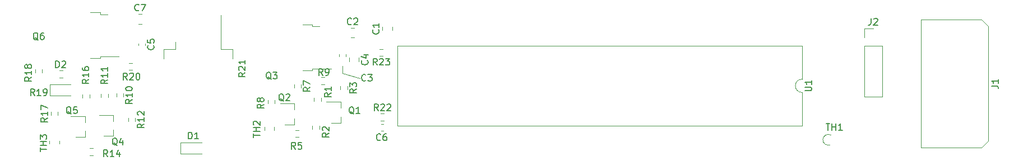
<source format=gbr>
%TF.GenerationSoftware,KiCad,Pcbnew,5.1.9-1.fc33*%
%TF.CreationDate,2021-04-16T18:18:08+01:00*%
%TF.ProjectId,cryosub_top_v01,6372796f-7375-4625-9f74-6f705f763031,rev?*%
%TF.SameCoordinates,Original*%
%TF.FileFunction,Legend,Top*%
%TF.FilePolarity,Positive*%
%FSLAX46Y46*%
G04 Gerber Fmt 4.6, Leading zero omitted, Abs format (unit mm)*
G04 Created by KiCad (PCBNEW 5.1.9-1.fc33) date 2021-04-16 18:18:08*
%MOMM*%
%LPD*%
G01*
G04 APERTURE LIST*
%ADD10C,0.120000*%
%ADD11C,0.150000*%
%ADD12O,1.400000X1.400000*%
%ADD13C,1.400000*%
%ADD14C,1.500000*%
%ADD15C,3.000000*%
%ADD16O,1.900000X2.600000*%
%ADD17R,1.900000X2.600000*%
%ADD18R,10.800000X9.400000*%
%ADD19R,1.100000X4.600000*%
%ADD20R,6.400000X5.800000*%
%ADD21R,2.200000X1.200000*%
%ADD22R,0.900000X0.800000*%
%ADD23O,1.700000X1.700000*%
%ADD24R,1.700000X1.700000*%
%ADD25R,1.000000X1.000000*%
G04 APERTURE END LIST*
D10*
X151300000Y-96250000D02*
X151300000Y-95200000D01*
X153950000Y-97000000D02*
X151300000Y-96250000D01*
%TO.C,TH1*%
X225020095Y-107099359D02*
G75*
G02*
X225117133Y-105650000I-320095J749359D01*
G01*
%TO.C,R22*%
X157107776Y-103422500D02*
X157617224Y-103422500D01*
X157107776Y-102377500D02*
X157617224Y-102377500D01*
%TO.C,C6*%
X157211233Y-105010000D02*
X157503767Y-105010000D01*
X157211233Y-103990000D02*
X157503767Y-103990000D01*
%TO.C,C5*%
X120490000Y-91753733D02*
X120490000Y-92046267D01*
X121510000Y-91753733D02*
X121510000Y-92046267D01*
%TO.C,C3*%
X150790000Y-93411233D02*
X150790000Y-93703767D01*
X151810000Y-93411233D02*
X151810000Y-93703767D01*
%TO.C,C7*%
X120476248Y-88785000D02*
X120998752Y-88785000D01*
X120476248Y-87315000D02*
X120998752Y-87315000D01*
%TO.C,J1*%
X238700000Y-107535000D02*
X238700000Y-88165000D01*
X247830000Y-107535000D02*
X238700000Y-107535000D01*
X248830000Y-106535000D02*
X247830000Y-107535000D01*
X248830000Y-89165000D02*
X248830000Y-106535000D01*
X247830000Y-88165000D02*
X248830000Y-89165000D01*
X238700000Y-88165000D02*
X247830000Y-88165000D01*
%TO.C,R23*%
X157442224Y-92627500D02*
X156932776Y-92627500D01*
X157442224Y-93672500D02*
X156932776Y-93672500D01*
%TO.C,U1*%
X220730000Y-104230000D02*
X220730000Y-99170000D01*
X159650000Y-104230000D02*
X220730000Y-104230000D01*
X159650000Y-92110000D02*
X159650000Y-104230000D01*
X220730000Y-92110000D02*
X159650000Y-92110000D01*
X220730000Y-97170000D02*
X220730000Y-92110000D01*
X220730000Y-99170000D02*
G75*
G02*
X220730000Y-97170000I0J1000000D01*
G01*
%TO.C,TH3*%
X107065000Y-106472936D02*
X107065000Y-106927064D01*
X108535000Y-106472936D02*
X108535000Y-106927064D01*
%TO.C,TH2*%
X139565000Y-104422936D02*
X139565000Y-104877064D01*
X141035000Y-104422936D02*
X141035000Y-104877064D01*
%TO.C,R21*%
X126135000Y-92600000D02*
X126135000Y-91500000D01*
X124325000Y-92600000D02*
X126135000Y-92600000D01*
X124325000Y-94100000D02*
X124325000Y-92600000D01*
X132915000Y-92600000D02*
X132915000Y-87475000D01*
X134725000Y-92600000D02*
X132915000Y-92600000D01*
X134725000Y-94100000D02*
X134725000Y-92600000D01*
%TO.C,R20*%
X119082776Y-95772500D02*
X119592224Y-95772500D01*
X119082776Y-94727500D02*
X119592224Y-94727500D01*
%TO.C,R19*%
X109054724Y-95877500D02*
X108545276Y-95877500D01*
X109054724Y-96922500D02*
X108545276Y-96922500D01*
%TO.C,R18*%
X104927500Y-95682776D02*
X104927500Y-96192224D01*
X105972500Y-95682776D02*
X105972500Y-96192224D01*
%TO.C,R17*%
X107277500Y-102132776D02*
X107277500Y-102642224D01*
X108322500Y-102132776D02*
X108322500Y-102642224D01*
%TO.C,R16*%
X112077500Y-99457776D02*
X112077500Y-99967224D01*
X113122500Y-99457776D02*
X113122500Y-99967224D01*
%TO.C,R14*%
X113107776Y-108672500D02*
X113617224Y-108672500D01*
X113107776Y-107627500D02*
X113617224Y-107627500D01*
%TO.C,R12*%
X118977500Y-103032776D02*
X118977500Y-103542224D01*
X120022500Y-103032776D02*
X120022500Y-103542224D01*
%TO.C,R11*%
X115922500Y-99942224D02*
X115922500Y-99432776D01*
X114877500Y-99942224D02*
X114877500Y-99432776D01*
%TO.C,R10*%
X117177500Y-99332776D02*
X117177500Y-99842224D01*
X118222500Y-99332776D02*
X118222500Y-99842224D01*
%TO.C,R9*%
X148132776Y-97922500D02*
X148642224Y-97922500D01*
X148132776Y-96877500D02*
X148642224Y-96877500D01*
%TO.C,R8*%
X140027500Y-100307776D02*
X140027500Y-100817224D01*
X141072500Y-100307776D02*
X141072500Y-100817224D01*
%TO.C,R7*%
X144027500Y-97982776D02*
X144027500Y-98492224D01*
X145072500Y-97982776D02*
X145072500Y-98492224D01*
%TO.C,R5*%
X144207776Y-105922500D02*
X144717224Y-105922500D01*
X144207776Y-104877500D02*
X144717224Y-104877500D01*
%TO.C,R3*%
X151027500Y-98232776D02*
X151027500Y-98742224D01*
X152072500Y-98232776D02*
X152072500Y-98742224D01*
%TO.C,R2*%
X146777500Y-104232776D02*
X146777500Y-104742224D01*
X147822500Y-104232776D02*
X147822500Y-104742224D01*
%TO.C,R1*%
X147027500Y-99982776D02*
X147027500Y-100492224D01*
X148072500Y-99982776D02*
X148072500Y-100492224D01*
%TO.C,Q6*%
X114745000Y-87345000D02*
X115845000Y-87345000D01*
X114745000Y-87075000D02*
X114745000Y-87345000D01*
X113245000Y-87075000D02*
X114745000Y-87075000D01*
X114745000Y-93705000D02*
X117575000Y-93705000D01*
X114745000Y-93975000D02*
X114745000Y-93705000D01*
X113245000Y-93975000D02*
X114745000Y-93975000D01*
%TO.C,Q5*%
X112460000Y-105930000D02*
X111000000Y-105930000D01*
X112460000Y-102770000D02*
X110300000Y-102770000D01*
X112460000Y-102770000D02*
X112460000Y-103700000D01*
X112460000Y-105930000D02*
X112460000Y-105000000D01*
%TO.C,Q4*%
X116710000Y-105780000D02*
X115250000Y-105780000D01*
X116710000Y-102620000D02*
X114550000Y-102620000D01*
X116710000Y-102620000D02*
X116710000Y-103550000D01*
X116710000Y-105780000D02*
X116710000Y-104850000D01*
%TO.C,Q3*%
X146795000Y-89195000D02*
X147895000Y-89195000D01*
X146795000Y-88925000D02*
X146795000Y-89195000D01*
X145295000Y-88925000D02*
X146795000Y-88925000D01*
X146795000Y-95555000D02*
X149625000Y-95555000D01*
X146795000Y-95825000D02*
X146795000Y-95555000D01*
X145295000Y-95825000D02*
X146795000Y-95825000D01*
%TO.C,Q2*%
X144060000Y-104030000D02*
X142600000Y-104030000D01*
X144060000Y-100870000D02*
X141900000Y-100870000D01*
X144060000Y-100870000D02*
X144060000Y-101800000D01*
X144060000Y-104030000D02*
X144060000Y-103100000D01*
%TO.C,Q1*%
X151060000Y-103780000D02*
X149600000Y-103780000D01*
X151060000Y-100620000D02*
X148900000Y-100620000D01*
X151060000Y-100620000D02*
X151060000Y-101550000D01*
X151060000Y-103780000D02*
X151060000Y-102850000D01*
%TO.C,J2*%
X230170000Y-89500000D02*
X231500000Y-89500000D01*
X230170000Y-90830000D02*
X230170000Y-89500000D01*
X230170000Y-92100000D02*
X232830000Y-92100000D01*
X232830000Y-92100000D02*
X232830000Y-99780000D01*
X230170000Y-92100000D02*
X230170000Y-99780000D01*
X230170000Y-99780000D02*
X232830000Y-99780000D01*
%TO.C,D2*%
X107150000Y-97950000D02*
X110300000Y-97950000D01*
X107150000Y-99650000D02*
X110300000Y-99650000D01*
X107150000Y-97950000D02*
X107150000Y-99650000D01*
%TO.C,D1*%
X126900000Y-106750000D02*
X130050000Y-106750000D01*
X126900000Y-108450000D02*
X130050000Y-108450000D01*
X126900000Y-106750000D02*
X126900000Y-108450000D01*
%TO.C,C4*%
X152315000Y-93926248D02*
X152315000Y-94448752D01*
X153785000Y-93926248D02*
X153785000Y-94448752D01*
%TO.C,C2*%
X152576248Y-90885000D02*
X153098752Y-90885000D01*
X152576248Y-89415000D02*
X153098752Y-89415000D01*
%TO.C,C1*%
X158835000Y-89773752D02*
X158835000Y-89251248D01*
X157365000Y-89773752D02*
X157365000Y-89251248D01*
%TO.C,TH1*%
D11*
X224364285Y-103882380D02*
X224935714Y-103882380D01*
X224650000Y-104882380D02*
X224650000Y-103882380D01*
X225269047Y-104882380D02*
X225269047Y-103882380D01*
X225269047Y-104358571D02*
X225840476Y-104358571D01*
X225840476Y-104882380D02*
X225840476Y-103882380D01*
X226840476Y-104882380D02*
X226269047Y-104882380D01*
X226554761Y-104882380D02*
X226554761Y-103882380D01*
X226459523Y-104025238D01*
X226364285Y-104120476D01*
X226269047Y-104168095D01*
%TO.C,R22*%
X156719642Y-101922380D02*
X156386309Y-101446190D01*
X156148214Y-101922380D02*
X156148214Y-100922380D01*
X156529166Y-100922380D01*
X156624404Y-100970000D01*
X156672023Y-101017619D01*
X156719642Y-101112857D01*
X156719642Y-101255714D01*
X156672023Y-101350952D01*
X156624404Y-101398571D01*
X156529166Y-101446190D01*
X156148214Y-101446190D01*
X157100595Y-101017619D02*
X157148214Y-100970000D01*
X157243452Y-100922380D01*
X157481547Y-100922380D01*
X157576785Y-100970000D01*
X157624404Y-101017619D01*
X157672023Y-101112857D01*
X157672023Y-101208095D01*
X157624404Y-101350952D01*
X157052976Y-101922380D01*
X157672023Y-101922380D01*
X158052976Y-101017619D02*
X158100595Y-100970000D01*
X158195833Y-100922380D01*
X158433928Y-100922380D01*
X158529166Y-100970000D01*
X158576785Y-101017619D01*
X158624404Y-101112857D01*
X158624404Y-101208095D01*
X158576785Y-101350952D01*
X158005357Y-101922380D01*
X158624404Y-101922380D01*
%TO.C,C6*%
X157083333Y-106357142D02*
X157035714Y-106404761D01*
X156892857Y-106452380D01*
X156797619Y-106452380D01*
X156654761Y-106404761D01*
X156559523Y-106309523D01*
X156511904Y-106214285D01*
X156464285Y-106023809D01*
X156464285Y-105880952D01*
X156511904Y-105690476D01*
X156559523Y-105595238D01*
X156654761Y-105500000D01*
X156797619Y-105452380D01*
X156892857Y-105452380D01*
X157035714Y-105500000D01*
X157083333Y-105547619D01*
X157940476Y-105452380D02*
X157750000Y-105452380D01*
X157654761Y-105500000D01*
X157607142Y-105547619D01*
X157511904Y-105690476D01*
X157464285Y-105880952D01*
X157464285Y-106261904D01*
X157511904Y-106357142D01*
X157559523Y-106404761D01*
X157654761Y-106452380D01*
X157845238Y-106452380D01*
X157940476Y-106404761D01*
X157988095Y-106357142D01*
X158035714Y-106261904D01*
X158035714Y-106023809D01*
X157988095Y-105928571D01*
X157940476Y-105880952D01*
X157845238Y-105833333D01*
X157654761Y-105833333D01*
X157559523Y-105880952D01*
X157511904Y-105928571D01*
X157464285Y-106023809D01*
%TO.C,C5*%
X122787142Y-92066666D02*
X122834761Y-92114285D01*
X122882380Y-92257142D01*
X122882380Y-92352380D01*
X122834761Y-92495238D01*
X122739523Y-92590476D01*
X122644285Y-92638095D01*
X122453809Y-92685714D01*
X122310952Y-92685714D01*
X122120476Y-92638095D01*
X122025238Y-92590476D01*
X121930000Y-92495238D01*
X121882380Y-92352380D01*
X121882380Y-92257142D01*
X121930000Y-92114285D01*
X121977619Y-92066666D01*
X121882380Y-91161904D02*
X121882380Y-91638095D01*
X122358571Y-91685714D01*
X122310952Y-91638095D01*
X122263333Y-91542857D01*
X122263333Y-91304761D01*
X122310952Y-91209523D01*
X122358571Y-91161904D01*
X122453809Y-91114285D01*
X122691904Y-91114285D01*
X122787142Y-91161904D01*
X122834761Y-91209523D01*
X122882380Y-91304761D01*
X122882380Y-91542857D01*
X122834761Y-91638095D01*
X122787142Y-91685714D01*
%TO.C,C3*%
X154833333Y-97357142D02*
X154785714Y-97404761D01*
X154642857Y-97452380D01*
X154547619Y-97452380D01*
X154404761Y-97404761D01*
X154309523Y-97309523D01*
X154261904Y-97214285D01*
X154214285Y-97023809D01*
X154214285Y-96880952D01*
X154261904Y-96690476D01*
X154309523Y-96595238D01*
X154404761Y-96500000D01*
X154547619Y-96452380D01*
X154642857Y-96452380D01*
X154785714Y-96500000D01*
X154833333Y-96547619D01*
X155166666Y-96452380D02*
X155785714Y-96452380D01*
X155452380Y-96833333D01*
X155595238Y-96833333D01*
X155690476Y-96880952D01*
X155738095Y-96928571D01*
X155785714Y-97023809D01*
X155785714Y-97261904D01*
X155738095Y-97357142D01*
X155690476Y-97404761D01*
X155595238Y-97452380D01*
X155309523Y-97452380D01*
X155214285Y-97404761D01*
X155166666Y-97357142D01*
%TO.C,C7*%
X120570833Y-86727142D02*
X120523214Y-86774761D01*
X120380357Y-86822380D01*
X120285119Y-86822380D01*
X120142261Y-86774761D01*
X120047023Y-86679523D01*
X119999404Y-86584285D01*
X119951785Y-86393809D01*
X119951785Y-86250952D01*
X119999404Y-86060476D01*
X120047023Y-85965238D01*
X120142261Y-85870000D01*
X120285119Y-85822380D01*
X120380357Y-85822380D01*
X120523214Y-85870000D01*
X120570833Y-85917619D01*
X120904166Y-85822380D02*
X121570833Y-85822380D01*
X121142261Y-86822380D01*
%TO.C,J1*%
X249372380Y-98183333D02*
X250086666Y-98183333D01*
X250229523Y-98230952D01*
X250324761Y-98326190D01*
X250372380Y-98469047D01*
X250372380Y-98564285D01*
X250372380Y-97183333D02*
X250372380Y-97754761D01*
X250372380Y-97469047D02*
X249372380Y-97469047D01*
X249515238Y-97564285D01*
X249610476Y-97659523D01*
X249658095Y-97754761D01*
%TO.C,R23*%
X156544642Y-95032380D02*
X156211309Y-94556190D01*
X155973214Y-95032380D02*
X155973214Y-94032380D01*
X156354166Y-94032380D01*
X156449404Y-94080000D01*
X156497023Y-94127619D01*
X156544642Y-94222857D01*
X156544642Y-94365714D01*
X156497023Y-94460952D01*
X156449404Y-94508571D01*
X156354166Y-94556190D01*
X155973214Y-94556190D01*
X156925595Y-94127619D02*
X156973214Y-94080000D01*
X157068452Y-94032380D01*
X157306547Y-94032380D01*
X157401785Y-94080000D01*
X157449404Y-94127619D01*
X157497023Y-94222857D01*
X157497023Y-94318095D01*
X157449404Y-94460952D01*
X156877976Y-95032380D01*
X157497023Y-95032380D01*
X157830357Y-94032380D02*
X158449404Y-94032380D01*
X158116071Y-94413333D01*
X158258928Y-94413333D01*
X158354166Y-94460952D01*
X158401785Y-94508571D01*
X158449404Y-94603809D01*
X158449404Y-94841904D01*
X158401785Y-94937142D01*
X158354166Y-94984761D01*
X158258928Y-95032380D01*
X157973214Y-95032380D01*
X157877976Y-94984761D01*
X157830357Y-94937142D01*
%TO.C,U1*%
X221182380Y-98931904D02*
X221991904Y-98931904D01*
X222087142Y-98884285D01*
X222134761Y-98836666D01*
X222182380Y-98741428D01*
X222182380Y-98550952D01*
X222134761Y-98455714D01*
X222087142Y-98408095D01*
X221991904Y-98360476D01*
X221182380Y-98360476D01*
X222182380Y-97360476D02*
X222182380Y-97931904D01*
X222182380Y-97646190D02*
X221182380Y-97646190D01*
X221325238Y-97741428D01*
X221420476Y-97836666D01*
X221468095Y-97931904D01*
%TO.C,TH3*%
X105652380Y-108085714D02*
X105652380Y-107514285D01*
X106652380Y-107800000D02*
X105652380Y-107800000D01*
X106652380Y-107180952D02*
X105652380Y-107180952D01*
X106128571Y-107180952D02*
X106128571Y-106609523D01*
X106652380Y-106609523D02*
X105652380Y-106609523D01*
X105652380Y-106228571D02*
X105652380Y-105609523D01*
X106033333Y-105942857D01*
X106033333Y-105800000D01*
X106080952Y-105704761D01*
X106128571Y-105657142D01*
X106223809Y-105609523D01*
X106461904Y-105609523D01*
X106557142Y-105657142D01*
X106604761Y-105704761D01*
X106652380Y-105800000D01*
X106652380Y-106085714D01*
X106604761Y-106180952D01*
X106557142Y-106228571D01*
%TO.C,TH2*%
X137852380Y-105985714D02*
X137852380Y-105414285D01*
X138852380Y-105700000D02*
X137852380Y-105700000D01*
X138852380Y-105080952D02*
X137852380Y-105080952D01*
X138328571Y-105080952D02*
X138328571Y-104509523D01*
X138852380Y-104509523D02*
X137852380Y-104509523D01*
X137947619Y-104080952D02*
X137900000Y-104033333D01*
X137852380Y-103938095D01*
X137852380Y-103700000D01*
X137900000Y-103604761D01*
X137947619Y-103557142D01*
X138042857Y-103509523D01*
X138138095Y-103509523D01*
X138280952Y-103557142D01*
X138852380Y-104128571D01*
X138852380Y-103509523D01*
%TO.C,R21*%
X136627380Y-96192857D02*
X136151190Y-96526190D01*
X136627380Y-96764285D02*
X135627380Y-96764285D01*
X135627380Y-96383333D01*
X135675000Y-96288095D01*
X135722619Y-96240476D01*
X135817857Y-96192857D01*
X135960714Y-96192857D01*
X136055952Y-96240476D01*
X136103571Y-96288095D01*
X136151190Y-96383333D01*
X136151190Y-96764285D01*
X135722619Y-95811904D02*
X135675000Y-95764285D01*
X135627380Y-95669047D01*
X135627380Y-95430952D01*
X135675000Y-95335714D01*
X135722619Y-95288095D01*
X135817857Y-95240476D01*
X135913095Y-95240476D01*
X136055952Y-95288095D01*
X136627380Y-95859523D01*
X136627380Y-95240476D01*
X136627380Y-94288095D02*
X136627380Y-94859523D01*
X136627380Y-94573809D02*
X135627380Y-94573809D01*
X135770238Y-94669047D01*
X135865476Y-94764285D01*
X135913095Y-94859523D01*
%TO.C,R20*%
X118807142Y-97252380D02*
X118473809Y-96776190D01*
X118235714Y-97252380D02*
X118235714Y-96252380D01*
X118616666Y-96252380D01*
X118711904Y-96300000D01*
X118759523Y-96347619D01*
X118807142Y-96442857D01*
X118807142Y-96585714D01*
X118759523Y-96680952D01*
X118711904Y-96728571D01*
X118616666Y-96776190D01*
X118235714Y-96776190D01*
X119188095Y-96347619D02*
X119235714Y-96300000D01*
X119330952Y-96252380D01*
X119569047Y-96252380D01*
X119664285Y-96300000D01*
X119711904Y-96347619D01*
X119759523Y-96442857D01*
X119759523Y-96538095D01*
X119711904Y-96680952D01*
X119140476Y-97252380D01*
X119759523Y-97252380D01*
X120378571Y-96252380D02*
X120473809Y-96252380D01*
X120569047Y-96300000D01*
X120616666Y-96347619D01*
X120664285Y-96442857D01*
X120711904Y-96633333D01*
X120711904Y-96871428D01*
X120664285Y-97061904D01*
X120616666Y-97157142D01*
X120569047Y-97204761D01*
X120473809Y-97252380D01*
X120378571Y-97252380D01*
X120283333Y-97204761D01*
X120235714Y-97157142D01*
X120188095Y-97061904D01*
X120140476Y-96871428D01*
X120140476Y-96633333D01*
X120188095Y-96442857D01*
X120235714Y-96347619D01*
X120283333Y-96300000D01*
X120378571Y-96252380D01*
%TO.C,R19*%
X104807142Y-99652380D02*
X104473809Y-99176190D01*
X104235714Y-99652380D02*
X104235714Y-98652380D01*
X104616666Y-98652380D01*
X104711904Y-98700000D01*
X104759523Y-98747619D01*
X104807142Y-98842857D01*
X104807142Y-98985714D01*
X104759523Y-99080952D01*
X104711904Y-99128571D01*
X104616666Y-99176190D01*
X104235714Y-99176190D01*
X105759523Y-99652380D02*
X105188095Y-99652380D01*
X105473809Y-99652380D02*
X105473809Y-98652380D01*
X105378571Y-98795238D01*
X105283333Y-98890476D01*
X105188095Y-98938095D01*
X106235714Y-99652380D02*
X106426190Y-99652380D01*
X106521428Y-99604761D01*
X106569047Y-99557142D01*
X106664285Y-99414285D01*
X106711904Y-99223809D01*
X106711904Y-98842857D01*
X106664285Y-98747619D01*
X106616666Y-98700000D01*
X106521428Y-98652380D01*
X106330952Y-98652380D01*
X106235714Y-98700000D01*
X106188095Y-98747619D01*
X106140476Y-98842857D01*
X106140476Y-99080952D01*
X106188095Y-99176190D01*
X106235714Y-99223809D01*
X106330952Y-99271428D01*
X106521428Y-99271428D01*
X106616666Y-99223809D01*
X106664285Y-99176190D01*
X106711904Y-99080952D01*
%TO.C,R18*%
X104352380Y-96842857D02*
X103876190Y-97176190D01*
X104352380Y-97414285D02*
X103352380Y-97414285D01*
X103352380Y-97033333D01*
X103400000Y-96938095D01*
X103447619Y-96890476D01*
X103542857Y-96842857D01*
X103685714Y-96842857D01*
X103780952Y-96890476D01*
X103828571Y-96938095D01*
X103876190Y-97033333D01*
X103876190Y-97414285D01*
X104352380Y-95890476D02*
X104352380Y-96461904D01*
X104352380Y-96176190D02*
X103352380Y-96176190D01*
X103495238Y-96271428D01*
X103590476Y-96366666D01*
X103638095Y-96461904D01*
X103780952Y-95319047D02*
X103733333Y-95414285D01*
X103685714Y-95461904D01*
X103590476Y-95509523D01*
X103542857Y-95509523D01*
X103447619Y-95461904D01*
X103400000Y-95414285D01*
X103352380Y-95319047D01*
X103352380Y-95128571D01*
X103400000Y-95033333D01*
X103447619Y-94985714D01*
X103542857Y-94938095D01*
X103590476Y-94938095D01*
X103685714Y-94985714D01*
X103733333Y-95033333D01*
X103780952Y-95128571D01*
X103780952Y-95319047D01*
X103828571Y-95414285D01*
X103876190Y-95461904D01*
X103971428Y-95509523D01*
X104161904Y-95509523D01*
X104257142Y-95461904D01*
X104304761Y-95414285D01*
X104352380Y-95319047D01*
X104352380Y-95128571D01*
X104304761Y-95033333D01*
X104257142Y-94985714D01*
X104161904Y-94938095D01*
X103971428Y-94938095D01*
X103876190Y-94985714D01*
X103828571Y-95033333D01*
X103780952Y-95128571D01*
%TO.C,R17*%
X106752380Y-103030357D02*
X106276190Y-103363690D01*
X106752380Y-103601785D02*
X105752380Y-103601785D01*
X105752380Y-103220833D01*
X105800000Y-103125595D01*
X105847619Y-103077976D01*
X105942857Y-103030357D01*
X106085714Y-103030357D01*
X106180952Y-103077976D01*
X106228571Y-103125595D01*
X106276190Y-103220833D01*
X106276190Y-103601785D01*
X106752380Y-102077976D02*
X106752380Y-102649404D01*
X106752380Y-102363690D02*
X105752380Y-102363690D01*
X105895238Y-102458928D01*
X105990476Y-102554166D01*
X106038095Y-102649404D01*
X105752380Y-101744642D02*
X105752380Y-101077976D01*
X106752380Y-101506547D01*
%TO.C,R16*%
X113002380Y-97192857D02*
X112526190Y-97526190D01*
X113002380Y-97764285D02*
X112002380Y-97764285D01*
X112002380Y-97383333D01*
X112050000Y-97288095D01*
X112097619Y-97240476D01*
X112192857Y-97192857D01*
X112335714Y-97192857D01*
X112430952Y-97240476D01*
X112478571Y-97288095D01*
X112526190Y-97383333D01*
X112526190Y-97764285D01*
X113002380Y-96240476D02*
X113002380Y-96811904D01*
X113002380Y-96526190D02*
X112002380Y-96526190D01*
X112145238Y-96621428D01*
X112240476Y-96716666D01*
X112288095Y-96811904D01*
X112002380Y-95383333D02*
X112002380Y-95573809D01*
X112050000Y-95669047D01*
X112097619Y-95716666D01*
X112240476Y-95811904D01*
X112430952Y-95859523D01*
X112811904Y-95859523D01*
X112907142Y-95811904D01*
X112954761Y-95764285D01*
X113002380Y-95669047D01*
X113002380Y-95478571D01*
X112954761Y-95383333D01*
X112907142Y-95335714D01*
X112811904Y-95288095D01*
X112573809Y-95288095D01*
X112478571Y-95335714D01*
X112430952Y-95383333D01*
X112383333Y-95478571D01*
X112383333Y-95669047D01*
X112430952Y-95764285D01*
X112478571Y-95811904D01*
X112573809Y-95859523D01*
%TO.C,R14*%
X115857142Y-108902380D02*
X115523809Y-108426190D01*
X115285714Y-108902380D02*
X115285714Y-107902380D01*
X115666666Y-107902380D01*
X115761904Y-107950000D01*
X115809523Y-107997619D01*
X115857142Y-108092857D01*
X115857142Y-108235714D01*
X115809523Y-108330952D01*
X115761904Y-108378571D01*
X115666666Y-108426190D01*
X115285714Y-108426190D01*
X116809523Y-108902380D02*
X116238095Y-108902380D01*
X116523809Y-108902380D02*
X116523809Y-107902380D01*
X116428571Y-108045238D01*
X116333333Y-108140476D01*
X116238095Y-108188095D01*
X117666666Y-108235714D02*
X117666666Y-108902380D01*
X117428571Y-107854761D02*
X117190476Y-108569047D01*
X117809523Y-108569047D01*
%TO.C,R12*%
X121382380Y-103930357D02*
X120906190Y-104263690D01*
X121382380Y-104501785D02*
X120382380Y-104501785D01*
X120382380Y-104120833D01*
X120430000Y-104025595D01*
X120477619Y-103977976D01*
X120572857Y-103930357D01*
X120715714Y-103930357D01*
X120810952Y-103977976D01*
X120858571Y-104025595D01*
X120906190Y-104120833D01*
X120906190Y-104501785D01*
X121382380Y-102977976D02*
X121382380Y-103549404D01*
X121382380Y-103263690D02*
X120382380Y-103263690D01*
X120525238Y-103358928D01*
X120620476Y-103454166D01*
X120668095Y-103549404D01*
X120477619Y-102597023D02*
X120430000Y-102549404D01*
X120382380Y-102454166D01*
X120382380Y-102216071D01*
X120430000Y-102120833D01*
X120477619Y-102073214D01*
X120572857Y-102025595D01*
X120668095Y-102025595D01*
X120810952Y-102073214D01*
X121382380Y-102644642D01*
X121382380Y-102025595D01*
%TO.C,R11*%
X115852380Y-97242857D02*
X115376190Y-97576190D01*
X115852380Y-97814285D02*
X114852380Y-97814285D01*
X114852380Y-97433333D01*
X114900000Y-97338095D01*
X114947619Y-97290476D01*
X115042857Y-97242857D01*
X115185714Y-97242857D01*
X115280952Y-97290476D01*
X115328571Y-97338095D01*
X115376190Y-97433333D01*
X115376190Y-97814285D01*
X115852380Y-96290476D02*
X115852380Y-96861904D01*
X115852380Y-96576190D02*
X114852380Y-96576190D01*
X114995238Y-96671428D01*
X115090476Y-96766666D01*
X115138095Y-96861904D01*
X115852380Y-95338095D02*
X115852380Y-95909523D01*
X115852380Y-95623809D02*
X114852380Y-95623809D01*
X114995238Y-95719047D01*
X115090476Y-95814285D01*
X115138095Y-95909523D01*
%TO.C,R10*%
X119582380Y-100230357D02*
X119106190Y-100563690D01*
X119582380Y-100801785D02*
X118582380Y-100801785D01*
X118582380Y-100420833D01*
X118630000Y-100325595D01*
X118677619Y-100277976D01*
X118772857Y-100230357D01*
X118915714Y-100230357D01*
X119010952Y-100277976D01*
X119058571Y-100325595D01*
X119106190Y-100420833D01*
X119106190Y-100801785D01*
X119582380Y-99277976D02*
X119582380Y-99849404D01*
X119582380Y-99563690D02*
X118582380Y-99563690D01*
X118725238Y-99658928D01*
X118820476Y-99754166D01*
X118868095Y-99849404D01*
X118582380Y-98658928D02*
X118582380Y-98563690D01*
X118630000Y-98468452D01*
X118677619Y-98420833D01*
X118772857Y-98373214D01*
X118963333Y-98325595D01*
X119201428Y-98325595D01*
X119391904Y-98373214D01*
X119487142Y-98420833D01*
X119534761Y-98468452D01*
X119582380Y-98563690D01*
X119582380Y-98658928D01*
X119534761Y-98754166D01*
X119487142Y-98801785D01*
X119391904Y-98849404D01*
X119201428Y-98897023D01*
X118963333Y-98897023D01*
X118772857Y-98849404D01*
X118677619Y-98801785D01*
X118630000Y-98754166D01*
X118582380Y-98658928D01*
%TO.C,R9*%
X148333333Y-96602380D02*
X148000000Y-96126190D01*
X147761904Y-96602380D02*
X147761904Y-95602380D01*
X148142857Y-95602380D01*
X148238095Y-95650000D01*
X148285714Y-95697619D01*
X148333333Y-95792857D01*
X148333333Y-95935714D01*
X148285714Y-96030952D01*
X148238095Y-96078571D01*
X148142857Y-96126190D01*
X147761904Y-96126190D01*
X148809523Y-96602380D02*
X149000000Y-96602380D01*
X149095238Y-96554761D01*
X149142857Y-96507142D01*
X149238095Y-96364285D01*
X149285714Y-96173809D01*
X149285714Y-95792857D01*
X149238095Y-95697619D01*
X149190476Y-95650000D01*
X149095238Y-95602380D01*
X148904761Y-95602380D01*
X148809523Y-95650000D01*
X148761904Y-95697619D01*
X148714285Y-95792857D01*
X148714285Y-96030952D01*
X148761904Y-96126190D01*
X148809523Y-96173809D01*
X148904761Y-96221428D01*
X149095238Y-96221428D01*
X149190476Y-96173809D01*
X149238095Y-96126190D01*
X149285714Y-96030952D01*
%TO.C,R8*%
X139452380Y-100966666D02*
X138976190Y-101300000D01*
X139452380Y-101538095D02*
X138452380Y-101538095D01*
X138452380Y-101157142D01*
X138500000Y-101061904D01*
X138547619Y-101014285D01*
X138642857Y-100966666D01*
X138785714Y-100966666D01*
X138880952Y-101014285D01*
X138928571Y-101061904D01*
X138976190Y-101157142D01*
X138976190Y-101538095D01*
X138880952Y-100395238D02*
X138833333Y-100490476D01*
X138785714Y-100538095D01*
X138690476Y-100585714D01*
X138642857Y-100585714D01*
X138547619Y-100538095D01*
X138500000Y-100490476D01*
X138452380Y-100395238D01*
X138452380Y-100204761D01*
X138500000Y-100109523D01*
X138547619Y-100061904D01*
X138642857Y-100014285D01*
X138690476Y-100014285D01*
X138785714Y-100061904D01*
X138833333Y-100109523D01*
X138880952Y-100204761D01*
X138880952Y-100395238D01*
X138928571Y-100490476D01*
X138976190Y-100538095D01*
X139071428Y-100585714D01*
X139261904Y-100585714D01*
X139357142Y-100538095D01*
X139404761Y-100490476D01*
X139452380Y-100395238D01*
X139452380Y-100204761D01*
X139404761Y-100109523D01*
X139357142Y-100061904D01*
X139261904Y-100014285D01*
X139071428Y-100014285D01*
X138976190Y-100061904D01*
X138928571Y-100109523D01*
X138880952Y-100204761D01*
%TO.C,R7*%
X146432380Y-98404166D02*
X145956190Y-98737500D01*
X146432380Y-98975595D02*
X145432380Y-98975595D01*
X145432380Y-98594642D01*
X145480000Y-98499404D01*
X145527619Y-98451785D01*
X145622857Y-98404166D01*
X145765714Y-98404166D01*
X145860952Y-98451785D01*
X145908571Y-98499404D01*
X145956190Y-98594642D01*
X145956190Y-98975595D01*
X145432380Y-98070833D02*
X145432380Y-97404166D01*
X146432380Y-97832738D01*
%TO.C,R5*%
X144233333Y-107752380D02*
X143900000Y-107276190D01*
X143661904Y-107752380D02*
X143661904Y-106752380D01*
X144042857Y-106752380D01*
X144138095Y-106800000D01*
X144185714Y-106847619D01*
X144233333Y-106942857D01*
X144233333Y-107085714D01*
X144185714Y-107180952D01*
X144138095Y-107228571D01*
X144042857Y-107276190D01*
X143661904Y-107276190D01*
X145138095Y-106752380D02*
X144661904Y-106752380D01*
X144614285Y-107228571D01*
X144661904Y-107180952D01*
X144757142Y-107133333D01*
X144995238Y-107133333D01*
X145090476Y-107180952D01*
X145138095Y-107228571D01*
X145185714Y-107323809D01*
X145185714Y-107561904D01*
X145138095Y-107657142D01*
X145090476Y-107704761D01*
X144995238Y-107752380D01*
X144757142Y-107752380D01*
X144661904Y-107704761D01*
X144614285Y-107657142D01*
%TO.C,R3*%
X153432380Y-98654166D02*
X152956190Y-98987500D01*
X153432380Y-99225595D02*
X152432380Y-99225595D01*
X152432380Y-98844642D01*
X152480000Y-98749404D01*
X152527619Y-98701785D01*
X152622857Y-98654166D01*
X152765714Y-98654166D01*
X152860952Y-98701785D01*
X152908571Y-98749404D01*
X152956190Y-98844642D01*
X152956190Y-99225595D01*
X152432380Y-98320833D02*
X152432380Y-97701785D01*
X152813333Y-98035119D01*
X152813333Y-97892261D01*
X152860952Y-97797023D01*
X152908571Y-97749404D01*
X153003809Y-97701785D01*
X153241904Y-97701785D01*
X153337142Y-97749404D01*
X153384761Y-97797023D01*
X153432380Y-97892261D01*
X153432380Y-98177976D01*
X153384761Y-98273214D01*
X153337142Y-98320833D01*
%TO.C,R2*%
X149302380Y-105316666D02*
X148826190Y-105650000D01*
X149302380Y-105888095D02*
X148302380Y-105888095D01*
X148302380Y-105507142D01*
X148350000Y-105411904D01*
X148397619Y-105364285D01*
X148492857Y-105316666D01*
X148635714Y-105316666D01*
X148730952Y-105364285D01*
X148778571Y-105411904D01*
X148826190Y-105507142D01*
X148826190Y-105888095D01*
X148397619Y-104935714D02*
X148350000Y-104888095D01*
X148302380Y-104792857D01*
X148302380Y-104554761D01*
X148350000Y-104459523D01*
X148397619Y-104411904D01*
X148492857Y-104364285D01*
X148588095Y-104364285D01*
X148730952Y-104411904D01*
X149302380Y-104983333D01*
X149302380Y-104364285D01*
%TO.C,R1*%
X149602380Y-99266666D02*
X149126190Y-99600000D01*
X149602380Y-99838095D02*
X148602380Y-99838095D01*
X148602380Y-99457142D01*
X148650000Y-99361904D01*
X148697619Y-99314285D01*
X148792857Y-99266666D01*
X148935714Y-99266666D01*
X149030952Y-99314285D01*
X149078571Y-99361904D01*
X149126190Y-99457142D01*
X149126190Y-99838095D01*
X149602380Y-98314285D02*
X149602380Y-98885714D01*
X149602380Y-98600000D02*
X148602380Y-98600000D01*
X148745238Y-98695238D01*
X148840476Y-98790476D01*
X148888095Y-98885714D01*
%TO.C,Q6*%
X105354761Y-91247619D02*
X105259523Y-91200000D01*
X105164285Y-91104761D01*
X105021428Y-90961904D01*
X104926190Y-90914285D01*
X104830952Y-90914285D01*
X104878571Y-91152380D02*
X104783333Y-91104761D01*
X104688095Y-91009523D01*
X104640476Y-90819047D01*
X104640476Y-90485714D01*
X104688095Y-90295238D01*
X104783333Y-90200000D01*
X104878571Y-90152380D01*
X105069047Y-90152380D01*
X105164285Y-90200000D01*
X105259523Y-90295238D01*
X105307142Y-90485714D01*
X105307142Y-90819047D01*
X105259523Y-91009523D01*
X105164285Y-91104761D01*
X105069047Y-91152380D01*
X104878571Y-91152380D01*
X106164285Y-90152380D02*
X105973809Y-90152380D01*
X105878571Y-90200000D01*
X105830952Y-90247619D01*
X105735714Y-90390476D01*
X105688095Y-90580952D01*
X105688095Y-90961904D01*
X105735714Y-91057142D01*
X105783333Y-91104761D01*
X105878571Y-91152380D01*
X106069047Y-91152380D01*
X106164285Y-91104761D01*
X106211904Y-91057142D01*
X106259523Y-90961904D01*
X106259523Y-90723809D01*
X106211904Y-90628571D01*
X106164285Y-90580952D01*
X106069047Y-90533333D01*
X105878571Y-90533333D01*
X105783333Y-90580952D01*
X105735714Y-90628571D01*
X105688095Y-90723809D01*
%TO.C,Q5*%
X110354761Y-102447619D02*
X110259523Y-102400000D01*
X110164285Y-102304761D01*
X110021428Y-102161904D01*
X109926190Y-102114285D01*
X109830952Y-102114285D01*
X109878571Y-102352380D02*
X109783333Y-102304761D01*
X109688095Y-102209523D01*
X109640476Y-102019047D01*
X109640476Y-101685714D01*
X109688095Y-101495238D01*
X109783333Y-101400000D01*
X109878571Y-101352380D01*
X110069047Y-101352380D01*
X110164285Y-101400000D01*
X110259523Y-101495238D01*
X110307142Y-101685714D01*
X110307142Y-102019047D01*
X110259523Y-102209523D01*
X110164285Y-102304761D01*
X110069047Y-102352380D01*
X109878571Y-102352380D01*
X111211904Y-101352380D02*
X110735714Y-101352380D01*
X110688095Y-101828571D01*
X110735714Y-101780952D01*
X110830952Y-101733333D01*
X111069047Y-101733333D01*
X111164285Y-101780952D01*
X111211904Y-101828571D01*
X111259523Y-101923809D01*
X111259523Y-102161904D01*
X111211904Y-102257142D01*
X111164285Y-102304761D01*
X111069047Y-102352380D01*
X110830952Y-102352380D01*
X110735714Y-102304761D01*
X110688095Y-102257142D01*
%TO.C,Q4*%
X117304761Y-107197619D02*
X117209523Y-107150000D01*
X117114285Y-107054761D01*
X116971428Y-106911904D01*
X116876190Y-106864285D01*
X116780952Y-106864285D01*
X116828571Y-107102380D02*
X116733333Y-107054761D01*
X116638095Y-106959523D01*
X116590476Y-106769047D01*
X116590476Y-106435714D01*
X116638095Y-106245238D01*
X116733333Y-106150000D01*
X116828571Y-106102380D01*
X117019047Y-106102380D01*
X117114285Y-106150000D01*
X117209523Y-106245238D01*
X117257142Y-106435714D01*
X117257142Y-106769047D01*
X117209523Y-106959523D01*
X117114285Y-107054761D01*
X117019047Y-107102380D01*
X116828571Y-107102380D01*
X118114285Y-106435714D02*
X118114285Y-107102380D01*
X117876190Y-106054761D02*
X117638095Y-106769047D01*
X118257142Y-106769047D01*
%TO.C,Q3*%
X140554761Y-97197619D02*
X140459523Y-97150000D01*
X140364285Y-97054761D01*
X140221428Y-96911904D01*
X140126190Y-96864285D01*
X140030952Y-96864285D01*
X140078571Y-97102380D02*
X139983333Y-97054761D01*
X139888095Y-96959523D01*
X139840476Y-96769047D01*
X139840476Y-96435714D01*
X139888095Y-96245238D01*
X139983333Y-96150000D01*
X140078571Y-96102380D01*
X140269047Y-96102380D01*
X140364285Y-96150000D01*
X140459523Y-96245238D01*
X140507142Y-96435714D01*
X140507142Y-96769047D01*
X140459523Y-96959523D01*
X140364285Y-97054761D01*
X140269047Y-97102380D01*
X140078571Y-97102380D01*
X140840476Y-96102380D02*
X141459523Y-96102380D01*
X141126190Y-96483333D01*
X141269047Y-96483333D01*
X141364285Y-96530952D01*
X141411904Y-96578571D01*
X141459523Y-96673809D01*
X141459523Y-96911904D01*
X141411904Y-97007142D01*
X141364285Y-97054761D01*
X141269047Y-97102380D01*
X140983333Y-97102380D01*
X140888095Y-97054761D01*
X140840476Y-97007142D01*
%TO.C,Q2*%
X142454761Y-100497619D02*
X142359523Y-100450000D01*
X142264285Y-100354761D01*
X142121428Y-100211904D01*
X142026190Y-100164285D01*
X141930952Y-100164285D01*
X141978571Y-100402380D02*
X141883333Y-100354761D01*
X141788095Y-100259523D01*
X141740476Y-100069047D01*
X141740476Y-99735714D01*
X141788095Y-99545238D01*
X141883333Y-99450000D01*
X141978571Y-99402380D01*
X142169047Y-99402380D01*
X142264285Y-99450000D01*
X142359523Y-99545238D01*
X142407142Y-99735714D01*
X142407142Y-100069047D01*
X142359523Y-100259523D01*
X142264285Y-100354761D01*
X142169047Y-100402380D01*
X141978571Y-100402380D01*
X142788095Y-99497619D02*
X142835714Y-99450000D01*
X142930952Y-99402380D01*
X143169047Y-99402380D01*
X143264285Y-99450000D01*
X143311904Y-99497619D01*
X143359523Y-99592857D01*
X143359523Y-99688095D01*
X143311904Y-99830952D01*
X142740476Y-100402380D01*
X143359523Y-100402380D01*
%TO.C,Q1*%
X153054761Y-102447619D02*
X152959523Y-102400000D01*
X152864285Y-102304761D01*
X152721428Y-102161904D01*
X152626190Y-102114285D01*
X152530952Y-102114285D01*
X152578571Y-102352380D02*
X152483333Y-102304761D01*
X152388095Y-102209523D01*
X152340476Y-102019047D01*
X152340476Y-101685714D01*
X152388095Y-101495238D01*
X152483333Y-101400000D01*
X152578571Y-101352380D01*
X152769047Y-101352380D01*
X152864285Y-101400000D01*
X152959523Y-101495238D01*
X153007142Y-101685714D01*
X153007142Y-102019047D01*
X152959523Y-102209523D01*
X152864285Y-102304761D01*
X152769047Y-102352380D01*
X152578571Y-102352380D01*
X153959523Y-102352380D02*
X153388095Y-102352380D01*
X153673809Y-102352380D02*
X153673809Y-101352380D01*
X153578571Y-101495238D01*
X153483333Y-101590476D01*
X153388095Y-101638095D01*
%TO.C,J2*%
X231166666Y-87952380D02*
X231166666Y-88666666D01*
X231119047Y-88809523D01*
X231023809Y-88904761D01*
X230880952Y-88952380D01*
X230785714Y-88952380D01*
X231595238Y-88047619D02*
X231642857Y-88000000D01*
X231738095Y-87952380D01*
X231976190Y-87952380D01*
X232071428Y-88000000D01*
X232119047Y-88047619D01*
X232166666Y-88142857D01*
X232166666Y-88238095D01*
X232119047Y-88380952D01*
X231547619Y-88952380D01*
X232166666Y-88952380D01*
%TO.C,D2*%
X108011904Y-95402380D02*
X108011904Y-94402380D01*
X108250000Y-94402380D01*
X108392857Y-94450000D01*
X108488095Y-94545238D01*
X108535714Y-94640476D01*
X108583333Y-94830952D01*
X108583333Y-94973809D01*
X108535714Y-95164285D01*
X108488095Y-95259523D01*
X108392857Y-95354761D01*
X108250000Y-95402380D01*
X108011904Y-95402380D01*
X108964285Y-94497619D02*
X109011904Y-94450000D01*
X109107142Y-94402380D01*
X109345238Y-94402380D01*
X109440476Y-94450000D01*
X109488095Y-94497619D01*
X109535714Y-94592857D01*
X109535714Y-94688095D01*
X109488095Y-94830952D01*
X108916666Y-95402380D01*
X109535714Y-95402380D01*
%TO.C,D1*%
X128061904Y-106202380D02*
X128061904Y-105202380D01*
X128300000Y-105202380D01*
X128442857Y-105250000D01*
X128538095Y-105345238D01*
X128585714Y-105440476D01*
X128633333Y-105630952D01*
X128633333Y-105773809D01*
X128585714Y-105964285D01*
X128538095Y-106059523D01*
X128442857Y-106154761D01*
X128300000Y-106202380D01*
X128061904Y-106202380D01*
X129585714Y-106202380D02*
X129014285Y-106202380D01*
X129300000Y-106202380D02*
X129300000Y-105202380D01*
X129204761Y-105345238D01*
X129109523Y-105440476D01*
X129014285Y-105488095D01*
%TO.C,C4*%
X155087142Y-94354166D02*
X155134761Y-94401785D01*
X155182380Y-94544642D01*
X155182380Y-94639880D01*
X155134761Y-94782738D01*
X155039523Y-94877976D01*
X154944285Y-94925595D01*
X154753809Y-94973214D01*
X154610952Y-94973214D01*
X154420476Y-94925595D01*
X154325238Y-94877976D01*
X154230000Y-94782738D01*
X154182380Y-94639880D01*
X154182380Y-94544642D01*
X154230000Y-94401785D01*
X154277619Y-94354166D01*
X154515714Y-93497023D02*
X155182380Y-93497023D01*
X154134761Y-93735119D02*
X154849047Y-93973214D01*
X154849047Y-93354166D01*
%TO.C,C2*%
X152670833Y-88827142D02*
X152623214Y-88874761D01*
X152480357Y-88922380D01*
X152385119Y-88922380D01*
X152242261Y-88874761D01*
X152147023Y-88779523D01*
X152099404Y-88684285D01*
X152051785Y-88493809D01*
X152051785Y-88350952D01*
X152099404Y-88160476D01*
X152147023Y-88065238D01*
X152242261Y-87970000D01*
X152385119Y-87922380D01*
X152480357Y-87922380D01*
X152623214Y-87970000D01*
X152670833Y-88017619D01*
X153051785Y-88017619D02*
X153099404Y-87970000D01*
X153194642Y-87922380D01*
X153432738Y-87922380D01*
X153527976Y-87970000D01*
X153575595Y-88017619D01*
X153623214Y-88112857D01*
X153623214Y-88208095D01*
X153575595Y-88350952D01*
X153004166Y-88922380D01*
X153623214Y-88922380D01*
%TO.C,C1*%
X156777142Y-89679166D02*
X156824761Y-89726785D01*
X156872380Y-89869642D01*
X156872380Y-89964880D01*
X156824761Y-90107738D01*
X156729523Y-90202976D01*
X156634285Y-90250595D01*
X156443809Y-90298214D01*
X156300952Y-90298214D01*
X156110476Y-90250595D01*
X156015238Y-90202976D01*
X155920000Y-90107738D01*
X155872380Y-89964880D01*
X155872380Y-89869642D01*
X155920000Y-89726785D01*
X155967619Y-89679166D01*
X156872380Y-88726785D02*
X156872380Y-89298214D01*
X156872380Y-89012500D02*
X155872380Y-89012500D01*
X156015238Y-89107738D01*
X156110476Y-89202976D01*
X156158095Y-89298214D01*
%TD*%
%LPC*%
D12*
%TO.C,TH1*%
X226600000Y-106350000D03*
D13*
X224700000Y-106350000D03*
%TD*%
%TO.C,R22*%
G36*
G01*
X157787500Y-103137500D02*
X157787500Y-102662500D01*
G75*
G02*
X158025000Y-102425000I237500J0D01*
G01*
X158525000Y-102425000D01*
G75*
G02*
X158762500Y-102662500I0J-237500D01*
G01*
X158762500Y-103137500D01*
G75*
G02*
X158525000Y-103375000I-237500J0D01*
G01*
X158025000Y-103375000D01*
G75*
G02*
X157787500Y-103137500I0J237500D01*
G01*
G37*
G36*
G01*
X155962500Y-103137500D02*
X155962500Y-102662500D01*
G75*
G02*
X156200000Y-102425000I237500J0D01*
G01*
X156700000Y-102425000D01*
G75*
G02*
X156937500Y-102662500I0J-237500D01*
G01*
X156937500Y-103137500D01*
G75*
G02*
X156700000Y-103375000I-237500J0D01*
G01*
X156200000Y-103375000D01*
G75*
G02*
X155962500Y-103137500I0J237500D01*
G01*
G37*
%TD*%
%TO.C,C6*%
G36*
G01*
X157682500Y-104737500D02*
X157682500Y-104262500D01*
G75*
G02*
X157920000Y-104025000I237500J0D01*
G01*
X158520000Y-104025000D01*
G75*
G02*
X158757500Y-104262500I0J-237500D01*
G01*
X158757500Y-104737500D01*
G75*
G02*
X158520000Y-104975000I-237500J0D01*
G01*
X157920000Y-104975000D01*
G75*
G02*
X157682500Y-104737500I0J237500D01*
G01*
G37*
G36*
G01*
X155957500Y-104737500D02*
X155957500Y-104262500D01*
G75*
G02*
X156195000Y-104025000I237500J0D01*
G01*
X156795000Y-104025000D01*
G75*
G02*
X157032500Y-104262500I0J-237500D01*
G01*
X157032500Y-104737500D01*
G75*
G02*
X156795000Y-104975000I-237500J0D01*
G01*
X156195000Y-104975000D01*
G75*
G02*
X155957500Y-104737500I0J237500D01*
G01*
G37*
%TD*%
%TO.C,C5*%
G36*
G01*
X120762500Y-92225000D02*
X121237500Y-92225000D01*
G75*
G02*
X121475000Y-92462500I0J-237500D01*
G01*
X121475000Y-93062500D01*
G75*
G02*
X121237500Y-93300000I-237500J0D01*
G01*
X120762500Y-93300000D01*
G75*
G02*
X120525000Y-93062500I0J237500D01*
G01*
X120525000Y-92462500D01*
G75*
G02*
X120762500Y-92225000I237500J0D01*
G01*
G37*
G36*
G01*
X120762500Y-90500000D02*
X121237500Y-90500000D01*
G75*
G02*
X121475000Y-90737500I0J-237500D01*
G01*
X121475000Y-91337500D01*
G75*
G02*
X121237500Y-91575000I-237500J0D01*
G01*
X120762500Y-91575000D01*
G75*
G02*
X120525000Y-91337500I0J237500D01*
G01*
X120525000Y-90737500D01*
G75*
G02*
X120762500Y-90500000I237500J0D01*
G01*
G37*
%TD*%
%TO.C,C3*%
G36*
G01*
X151062500Y-93882500D02*
X151537500Y-93882500D01*
G75*
G02*
X151775000Y-94120000I0J-237500D01*
G01*
X151775000Y-94720000D01*
G75*
G02*
X151537500Y-94957500I-237500J0D01*
G01*
X151062500Y-94957500D01*
G75*
G02*
X150825000Y-94720000I0J237500D01*
G01*
X150825000Y-94120000D01*
G75*
G02*
X151062500Y-93882500I237500J0D01*
G01*
G37*
G36*
G01*
X151062500Y-92157500D02*
X151537500Y-92157500D01*
G75*
G02*
X151775000Y-92395000I0J-237500D01*
G01*
X151775000Y-92995000D01*
G75*
G02*
X151537500Y-93232500I-237500J0D01*
G01*
X151062500Y-93232500D01*
G75*
G02*
X150825000Y-92995000I0J237500D01*
G01*
X150825000Y-92395000D01*
G75*
G02*
X151062500Y-92157500I237500J0D01*
G01*
G37*
%TD*%
%TO.C,C7*%
G36*
G01*
X121187500Y-88525000D02*
X121187500Y-87575000D01*
G75*
G02*
X121437500Y-87325000I250000J0D01*
G01*
X122112500Y-87325000D01*
G75*
G02*
X122362500Y-87575000I0J-250000D01*
G01*
X122362500Y-88525000D01*
G75*
G02*
X122112500Y-88775000I-250000J0D01*
G01*
X121437500Y-88775000D01*
G75*
G02*
X121187500Y-88525000I0J250000D01*
G01*
G37*
G36*
G01*
X119112500Y-88525000D02*
X119112500Y-87575000D01*
G75*
G02*
X119362500Y-87325000I250000J0D01*
G01*
X120037500Y-87325000D01*
G75*
G02*
X120287500Y-87575000I0J-250000D01*
G01*
X120287500Y-88525000D01*
G75*
G02*
X120037500Y-88775000I-250000J0D01*
G01*
X119362500Y-88775000D01*
G75*
G02*
X119112500Y-88525000I0J250000D01*
G01*
G37*
%TD*%
D14*
%TO.C,J1*%
X236800000Y-103850000D03*
X236800000Y-100850000D03*
X236800000Y-97850000D03*
X236800000Y-94850000D03*
X236800000Y-91850000D03*
X239800000Y-103850000D03*
X239800000Y-100850000D03*
X239800000Y-97850000D03*
X239800000Y-94850000D03*
G36*
G01*
X239300000Y-91100000D02*
X240300000Y-91100000D01*
G75*
G02*
X240550000Y-91350000I0J-250000D01*
G01*
X240550000Y-92350000D01*
G75*
G02*
X240300000Y-92600000I-250000J0D01*
G01*
X239300000Y-92600000D01*
G75*
G02*
X239050000Y-92350000I0J250000D01*
G01*
X239050000Y-91350000D01*
G75*
G02*
X239300000Y-91100000I250000J0D01*
G01*
G37*
D15*
X244120000Y-101710000D03*
X244120000Y-94010000D03*
%TD*%
%TO.C,R23*%
G36*
G01*
X156762500Y-92912500D02*
X156762500Y-93387500D01*
G75*
G02*
X156525000Y-93625000I-237500J0D01*
G01*
X156025000Y-93625000D01*
G75*
G02*
X155787500Y-93387500I0J237500D01*
G01*
X155787500Y-92912500D01*
G75*
G02*
X156025000Y-92675000I237500J0D01*
G01*
X156525000Y-92675000D01*
G75*
G02*
X156762500Y-92912500I0J-237500D01*
G01*
G37*
G36*
G01*
X158587500Y-92912500D02*
X158587500Y-93387500D01*
G75*
G02*
X158350000Y-93625000I-237500J0D01*
G01*
X157850000Y-93625000D01*
G75*
G02*
X157612500Y-93387500I0J237500D01*
G01*
X157612500Y-92912500D01*
G75*
G02*
X157850000Y-92675000I237500J0D01*
G01*
X158350000Y-92675000D01*
G75*
G02*
X158587500Y-92912500I0J-237500D01*
G01*
G37*
%TD*%
D16*
%TO.C,U1*%
X219400000Y-105790000D03*
X160980000Y-90550000D03*
X216860000Y-105790000D03*
X163520000Y-90550000D03*
X214320000Y-105790000D03*
X166060000Y-90550000D03*
X211780000Y-105790000D03*
X168600000Y-90550000D03*
X209240000Y-105790000D03*
X171140000Y-90550000D03*
X206700000Y-105790000D03*
X173680000Y-90550000D03*
X204160000Y-105790000D03*
X176220000Y-90550000D03*
X201620000Y-105790000D03*
X178760000Y-90550000D03*
X199080000Y-105790000D03*
X181300000Y-90550000D03*
X196540000Y-105790000D03*
X183840000Y-90550000D03*
X194000000Y-105790000D03*
X186380000Y-90550000D03*
X191460000Y-105790000D03*
X188920000Y-90550000D03*
X188920000Y-105790000D03*
X191460000Y-90550000D03*
X186380000Y-105790000D03*
X194000000Y-90550000D03*
X183840000Y-105790000D03*
X196540000Y-90550000D03*
X181300000Y-105790000D03*
X199080000Y-90550000D03*
X178760000Y-105790000D03*
X201620000Y-90550000D03*
X176220000Y-105790000D03*
X204160000Y-90550000D03*
X173680000Y-105790000D03*
X206700000Y-90550000D03*
X171140000Y-105790000D03*
X209240000Y-90550000D03*
X168600000Y-105790000D03*
X211780000Y-90550000D03*
X166060000Y-105790000D03*
X214320000Y-90550000D03*
X163520000Y-105790000D03*
X216860000Y-90550000D03*
X160980000Y-105790000D03*
D17*
X219400000Y-90550000D03*
%TD*%
%TO.C,TH3*%
G36*
G01*
X107349999Y-107100000D02*
X108250001Y-107100000D01*
G75*
G02*
X108500000Y-107349999I0J-249999D01*
G01*
X108500000Y-108050001D01*
G75*
G02*
X108250001Y-108300000I-249999J0D01*
G01*
X107349999Y-108300000D01*
G75*
G02*
X107100000Y-108050001I0J249999D01*
G01*
X107100000Y-107349999D01*
G75*
G02*
X107349999Y-107100000I249999J0D01*
G01*
G37*
G36*
G01*
X107349999Y-105100000D02*
X108250001Y-105100000D01*
G75*
G02*
X108500000Y-105349999I0J-249999D01*
G01*
X108500000Y-106050001D01*
G75*
G02*
X108250001Y-106300000I-249999J0D01*
G01*
X107349999Y-106300000D01*
G75*
G02*
X107100000Y-106050001I0J249999D01*
G01*
X107100000Y-105349999D01*
G75*
G02*
X107349999Y-105100000I249999J0D01*
G01*
G37*
%TD*%
%TO.C,TH2*%
G36*
G01*
X139849999Y-105050000D02*
X140750001Y-105050000D01*
G75*
G02*
X141000000Y-105299999I0J-249999D01*
G01*
X141000000Y-106000001D01*
G75*
G02*
X140750001Y-106250000I-249999J0D01*
G01*
X139849999Y-106250000D01*
G75*
G02*
X139600000Y-106000001I0J249999D01*
G01*
X139600000Y-105299999D01*
G75*
G02*
X139849999Y-105050000I249999J0D01*
G01*
G37*
G36*
G01*
X139849999Y-103050000D02*
X140750001Y-103050000D01*
G75*
G02*
X141000000Y-103299999I0J-249999D01*
G01*
X141000000Y-104000001D01*
G75*
G02*
X140750001Y-104250000I-249999J0D01*
G01*
X139849999Y-104250000D01*
G75*
G02*
X139600000Y-104000001I0J249999D01*
G01*
X139600000Y-103299999D01*
G75*
G02*
X139849999Y-103050000I249999J0D01*
G01*
G37*
%TD*%
D18*
%TO.C,R21*%
X129525000Y-98925000D03*
D19*
X126985000Y-89775000D03*
X132065000Y-89775000D03*
%TD*%
%TO.C,R20*%
G36*
G01*
X119762500Y-95487500D02*
X119762500Y-95012500D01*
G75*
G02*
X120000000Y-94775000I237500J0D01*
G01*
X120500000Y-94775000D01*
G75*
G02*
X120737500Y-95012500I0J-237500D01*
G01*
X120737500Y-95487500D01*
G75*
G02*
X120500000Y-95725000I-237500J0D01*
G01*
X120000000Y-95725000D01*
G75*
G02*
X119762500Y-95487500I0J237500D01*
G01*
G37*
G36*
G01*
X117937500Y-95487500D02*
X117937500Y-95012500D01*
G75*
G02*
X118175000Y-94775000I237500J0D01*
G01*
X118675000Y-94775000D01*
G75*
G02*
X118912500Y-95012500I0J-237500D01*
G01*
X118912500Y-95487500D01*
G75*
G02*
X118675000Y-95725000I-237500J0D01*
G01*
X118175000Y-95725000D01*
G75*
G02*
X117937500Y-95487500I0J237500D01*
G01*
G37*
%TD*%
%TO.C,R19*%
G36*
G01*
X108375000Y-96162500D02*
X108375000Y-96637500D01*
G75*
G02*
X108137500Y-96875000I-237500J0D01*
G01*
X107637500Y-96875000D01*
G75*
G02*
X107400000Y-96637500I0J237500D01*
G01*
X107400000Y-96162500D01*
G75*
G02*
X107637500Y-95925000I237500J0D01*
G01*
X108137500Y-95925000D01*
G75*
G02*
X108375000Y-96162500I0J-237500D01*
G01*
G37*
G36*
G01*
X110200000Y-96162500D02*
X110200000Y-96637500D01*
G75*
G02*
X109962500Y-96875000I-237500J0D01*
G01*
X109462500Y-96875000D01*
G75*
G02*
X109225000Y-96637500I0J237500D01*
G01*
X109225000Y-96162500D01*
G75*
G02*
X109462500Y-95925000I237500J0D01*
G01*
X109962500Y-95925000D01*
G75*
G02*
X110200000Y-96162500I0J-237500D01*
G01*
G37*
%TD*%
%TO.C,R18*%
G36*
G01*
X105212500Y-96362500D02*
X105687500Y-96362500D01*
G75*
G02*
X105925000Y-96600000I0J-237500D01*
G01*
X105925000Y-97100000D01*
G75*
G02*
X105687500Y-97337500I-237500J0D01*
G01*
X105212500Y-97337500D01*
G75*
G02*
X104975000Y-97100000I0J237500D01*
G01*
X104975000Y-96600000D01*
G75*
G02*
X105212500Y-96362500I237500J0D01*
G01*
G37*
G36*
G01*
X105212500Y-94537500D02*
X105687500Y-94537500D01*
G75*
G02*
X105925000Y-94775000I0J-237500D01*
G01*
X105925000Y-95275000D01*
G75*
G02*
X105687500Y-95512500I-237500J0D01*
G01*
X105212500Y-95512500D01*
G75*
G02*
X104975000Y-95275000I0J237500D01*
G01*
X104975000Y-94775000D01*
G75*
G02*
X105212500Y-94537500I237500J0D01*
G01*
G37*
%TD*%
%TO.C,R17*%
G36*
G01*
X107562500Y-102812500D02*
X108037500Y-102812500D01*
G75*
G02*
X108275000Y-103050000I0J-237500D01*
G01*
X108275000Y-103550000D01*
G75*
G02*
X108037500Y-103787500I-237500J0D01*
G01*
X107562500Y-103787500D01*
G75*
G02*
X107325000Y-103550000I0J237500D01*
G01*
X107325000Y-103050000D01*
G75*
G02*
X107562500Y-102812500I237500J0D01*
G01*
G37*
G36*
G01*
X107562500Y-100987500D02*
X108037500Y-100987500D01*
G75*
G02*
X108275000Y-101225000I0J-237500D01*
G01*
X108275000Y-101725000D01*
G75*
G02*
X108037500Y-101962500I-237500J0D01*
G01*
X107562500Y-101962500D01*
G75*
G02*
X107325000Y-101725000I0J237500D01*
G01*
X107325000Y-101225000D01*
G75*
G02*
X107562500Y-100987500I237500J0D01*
G01*
G37*
%TD*%
%TO.C,R16*%
G36*
G01*
X112362500Y-100137500D02*
X112837500Y-100137500D01*
G75*
G02*
X113075000Y-100375000I0J-237500D01*
G01*
X113075000Y-100875000D01*
G75*
G02*
X112837500Y-101112500I-237500J0D01*
G01*
X112362500Y-101112500D01*
G75*
G02*
X112125000Y-100875000I0J237500D01*
G01*
X112125000Y-100375000D01*
G75*
G02*
X112362500Y-100137500I237500J0D01*
G01*
G37*
G36*
G01*
X112362500Y-98312500D02*
X112837500Y-98312500D01*
G75*
G02*
X113075000Y-98550000I0J-237500D01*
G01*
X113075000Y-99050000D01*
G75*
G02*
X112837500Y-99287500I-237500J0D01*
G01*
X112362500Y-99287500D01*
G75*
G02*
X112125000Y-99050000I0J237500D01*
G01*
X112125000Y-98550000D01*
G75*
G02*
X112362500Y-98312500I237500J0D01*
G01*
G37*
%TD*%
%TO.C,R14*%
G36*
G01*
X113787500Y-108387500D02*
X113787500Y-107912500D01*
G75*
G02*
X114025000Y-107675000I237500J0D01*
G01*
X114525000Y-107675000D01*
G75*
G02*
X114762500Y-107912500I0J-237500D01*
G01*
X114762500Y-108387500D01*
G75*
G02*
X114525000Y-108625000I-237500J0D01*
G01*
X114025000Y-108625000D01*
G75*
G02*
X113787500Y-108387500I0J237500D01*
G01*
G37*
G36*
G01*
X111962500Y-108387500D02*
X111962500Y-107912500D01*
G75*
G02*
X112200000Y-107675000I237500J0D01*
G01*
X112700000Y-107675000D01*
G75*
G02*
X112937500Y-107912500I0J-237500D01*
G01*
X112937500Y-108387500D01*
G75*
G02*
X112700000Y-108625000I-237500J0D01*
G01*
X112200000Y-108625000D01*
G75*
G02*
X111962500Y-108387500I0J237500D01*
G01*
G37*
%TD*%
%TO.C,R12*%
G36*
G01*
X119262500Y-103712500D02*
X119737500Y-103712500D01*
G75*
G02*
X119975000Y-103950000I0J-237500D01*
G01*
X119975000Y-104450000D01*
G75*
G02*
X119737500Y-104687500I-237500J0D01*
G01*
X119262500Y-104687500D01*
G75*
G02*
X119025000Y-104450000I0J237500D01*
G01*
X119025000Y-103950000D01*
G75*
G02*
X119262500Y-103712500I237500J0D01*
G01*
G37*
G36*
G01*
X119262500Y-101887500D02*
X119737500Y-101887500D01*
G75*
G02*
X119975000Y-102125000I0J-237500D01*
G01*
X119975000Y-102625000D01*
G75*
G02*
X119737500Y-102862500I-237500J0D01*
G01*
X119262500Y-102862500D01*
G75*
G02*
X119025000Y-102625000I0J237500D01*
G01*
X119025000Y-102125000D01*
G75*
G02*
X119262500Y-101887500I237500J0D01*
G01*
G37*
%TD*%
%TO.C,R11*%
G36*
G01*
X115637500Y-99262500D02*
X115162500Y-99262500D01*
G75*
G02*
X114925000Y-99025000I0J237500D01*
G01*
X114925000Y-98525000D01*
G75*
G02*
X115162500Y-98287500I237500J0D01*
G01*
X115637500Y-98287500D01*
G75*
G02*
X115875000Y-98525000I0J-237500D01*
G01*
X115875000Y-99025000D01*
G75*
G02*
X115637500Y-99262500I-237500J0D01*
G01*
G37*
G36*
G01*
X115637500Y-101087500D02*
X115162500Y-101087500D01*
G75*
G02*
X114925000Y-100850000I0J237500D01*
G01*
X114925000Y-100350000D01*
G75*
G02*
X115162500Y-100112500I237500J0D01*
G01*
X115637500Y-100112500D01*
G75*
G02*
X115875000Y-100350000I0J-237500D01*
G01*
X115875000Y-100850000D01*
G75*
G02*
X115637500Y-101087500I-237500J0D01*
G01*
G37*
%TD*%
%TO.C,R10*%
G36*
G01*
X117462500Y-100012500D02*
X117937500Y-100012500D01*
G75*
G02*
X118175000Y-100250000I0J-237500D01*
G01*
X118175000Y-100750000D01*
G75*
G02*
X117937500Y-100987500I-237500J0D01*
G01*
X117462500Y-100987500D01*
G75*
G02*
X117225000Y-100750000I0J237500D01*
G01*
X117225000Y-100250000D01*
G75*
G02*
X117462500Y-100012500I237500J0D01*
G01*
G37*
G36*
G01*
X117462500Y-98187500D02*
X117937500Y-98187500D01*
G75*
G02*
X118175000Y-98425000I0J-237500D01*
G01*
X118175000Y-98925000D01*
G75*
G02*
X117937500Y-99162500I-237500J0D01*
G01*
X117462500Y-99162500D01*
G75*
G02*
X117225000Y-98925000I0J237500D01*
G01*
X117225000Y-98425000D01*
G75*
G02*
X117462500Y-98187500I237500J0D01*
G01*
G37*
%TD*%
%TO.C,R9*%
G36*
G01*
X148812500Y-97637500D02*
X148812500Y-97162500D01*
G75*
G02*
X149050000Y-96925000I237500J0D01*
G01*
X149550000Y-96925000D01*
G75*
G02*
X149787500Y-97162500I0J-237500D01*
G01*
X149787500Y-97637500D01*
G75*
G02*
X149550000Y-97875000I-237500J0D01*
G01*
X149050000Y-97875000D01*
G75*
G02*
X148812500Y-97637500I0J237500D01*
G01*
G37*
G36*
G01*
X146987500Y-97637500D02*
X146987500Y-97162500D01*
G75*
G02*
X147225000Y-96925000I237500J0D01*
G01*
X147725000Y-96925000D01*
G75*
G02*
X147962500Y-97162500I0J-237500D01*
G01*
X147962500Y-97637500D01*
G75*
G02*
X147725000Y-97875000I-237500J0D01*
G01*
X147225000Y-97875000D01*
G75*
G02*
X146987500Y-97637500I0J237500D01*
G01*
G37*
%TD*%
%TO.C,R8*%
G36*
G01*
X140312500Y-100987500D02*
X140787500Y-100987500D01*
G75*
G02*
X141025000Y-101225000I0J-237500D01*
G01*
X141025000Y-101725000D01*
G75*
G02*
X140787500Y-101962500I-237500J0D01*
G01*
X140312500Y-101962500D01*
G75*
G02*
X140075000Y-101725000I0J237500D01*
G01*
X140075000Y-101225000D01*
G75*
G02*
X140312500Y-100987500I237500J0D01*
G01*
G37*
G36*
G01*
X140312500Y-99162500D02*
X140787500Y-99162500D01*
G75*
G02*
X141025000Y-99400000I0J-237500D01*
G01*
X141025000Y-99900000D01*
G75*
G02*
X140787500Y-100137500I-237500J0D01*
G01*
X140312500Y-100137500D01*
G75*
G02*
X140075000Y-99900000I0J237500D01*
G01*
X140075000Y-99400000D01*
G75*
G02*
X140312500Y-99162500I237500J0D01*
G01*
G37*
%TD*%
%TO.C,R7*%
G36*
G01*
X144312500Y-98662500D02*
X144787500Y-98662500D01*
G75*
G02*
X145025000Y-98900000I0J-237500D01*
G01*
X145025000Y-99400000D01*
G75*
G02*
X144787500Y-99637500I-237500J0D01*
G01*
X144312500Y-99637500D01*
G75*
G02*
X144075000Y-99400000I0J237500D01*
G01*
X144075000Y-98900000D01*
G75*
G02*
X144312500Y-98662500I237500J0D01*
G01*
G37*
G36*
G01*
X144312500Y-96837500D02*
X144787500Y-96837500D01*
G75*
G02*
X145025000Y-97075000I0J-237500D01*
G01*
X145025000Y-97575000D01*
G75*
G02*
X144787500Y-97812500I-237500J0D01*
G01*
X144312500Y-97812500D01*
G75*
G02*
X144075000Y-97575000I0J237500D01*
G01*
X144075000Y-97075000D01*
G75*
G02*
X144312500Y-96837500I237500J0D01*
G01*
G37*
%TD*%
%TO.C,R5*%
G36*
G01*
X144887500Y-105637500D02*
X144887500Y-105162500D01*
G75*
G02*
X145125000Y-104925000I237500J0D01*
G01*
X145625000Y-104925000D01*
G75*
G02*
X145862500Y-105162500I0J-237500D01*
G01*
X145862500Y-105637500D01*
G75*
G02*
X145625000Y-105875000I-237500J0D01*
G01*
X145125000Y-105875000D01*
G75*
G02*
X144887500Y-105637500I0J237500D01*
G01*
G37*
G36*
G01*
X143062500Y-105637500D02*
X143062500Y-105162500D01*
G75*
G02*
X143300000Y-104925000I237500J0D01*
G01*
X143800000Y-104925000D01*
G75*
G02*
X144037500Y-105162500I0J-237500D01*
G01*
X144037500Y-105637500D01*
G75*
G02*
X143800000Y-105875000I-237500J0D01*
G01*
X143300000Y-105875000D01*
G75*
G02*
X143062500Y-105637500I0J237500D01*
G01*
G37*
%TD*%
%TO.C,R3*%
G36*
G01*
X151312500Y-98912500D02*
X151787500Y-98912500D01*
G75*
G02*
X152025000Y-99150000I0J-237500D01*
G01*
X152025000Y-99650000D01*
G75*
G02*
X151787500Y-99887500I-237500J0D01*
G01*
X151312500Y-99887500D01*
G75*
G02*
X151075000Y-99650000I0J237500D01*
G01*
X151075000Y-99150000D01*
G75*
G02*
X151312500Y-98912500I237500J0D01*
G01*
G37*
G36*
G01*
X151312500Y-97087500D02*
X151787500Y-97087500D01*
G75*
G02*
X152025000Y-97325000I0J-237500D01*
G01*
X152025000Y-97825000D01*
G75*
G02*
X151787500Y-98062500I-237500J0D01*
G01*
X151312500Y-98062500D01*
G75*
G02*
X151075000Y-97825000I0J237500D01*
G01*
X151075000Y-97325000D01*
G75*
G02*
X151312500Y-97087500I237500J0D01*
G01*
G37*
%TD*%
%TO.C,R2*%
G36*
G01*
X147062500Y-104912500D02*
X147537500Y-104912500D01*
G75*
G02*
X147775000Y-105150000I0J-237500D01*
G01*
X147775000Y-105650000D01*
G75*
G02*
X147537500Y-105887500I-237500J0D01*
G01*
X147062500Y-105887500D01*
G75*
G02*
X146825000Y-105650000I0J237500D01*
G01*
X146825000Y-105150000D01*
G75*
G02*
X147062500Y-104912500I237500J0D01*
G01*
G37*
G36*
G01*
X147062500Y-103087500D02*
X147537500Y-103087500D01*
G75*
G02*
X147775000Y-103325000I0J-237500D01*
G01*
X147775000Y-103825000D01*
G75*
G02*
X147537500Y-104062500I-237500J0D01*
G01*
X147062500Y-104062500D01*
G75*
G02*
X146825000Y-103825000I0J237500D01*
G01*
X146825000Y-103325000D01*
G75*
G02*
X147062500Y-103087500I237500J0D01*
G01*
G37*
%TD*%
%TO.C,R1*%
G36*
G01*
X147312500Y-100662500D02*
X147787500Y-100662500D01*
G75*
G02*
X148025000Y-100900000I0J-237500D01*
G01*
X148025000Y-101400000D01*
G75*
G02*
X147787500Y-101637500I-237500J0D01*
G01*
X147312500Y-101637500D01*
G75*
G02*
X147075000Y-101400000I0J237500D01*
G01*
X147075000Y-100900000D01*
G75*
G02*
X147312500Y-100662500I237500J0D01*
G01*
G37*
G36*
G01*
X147312500Y-98837500D02*
X147787500Y-98837500D01*
G75*
G02*
X148025000Y-99075000I0J-237500D01*
G01*
X148025000Y-99575000D01*
G75*
G02*
X147787500Y-99812500I-237500J0D01*
G01*
X147312500Y-99812500D01*
G75*
G02*
X147075000Y-99575000I0J237500D01*
G01*
X147075000Y-99075000D01*
G75*
G02*
X147312500Y-98837500I237500J0D01*
G01*
G37*
%TD*%
D20*
%TO.C,Q6*%
X110175000Y-90525000D03*
D21*
X116475000Y-88245000D03*
X116475000Y-90525000D03*
X116475000Y-92805000D03*
%TD*%
D22*
%TO.C,Q5*%
X112700000Y-104350000D03*
X110700000Y-105300000D03*
X110700000Y-103400000D03*
%TD*%
%TO.C,Q4*%
X116950000Y-104200000D03*
X114950000Y-105150000D03*
X114950000Y-103250000D03*
%TD*%
D20*
%TO.C,Q3*%
X142225000Y-92375000D03*
D21*
X148525000Y-90095000D03*
X148525000Y-92375000D03*
X148525000Y-94655000D03*
%TD*%
D22*
%TO.C,Q2*%
X144300000Y-102450000D03*
X142300000Y-103400000D03*
X142300000Y-101500000D03*
%TD*%
%TO.C,Q1*%
X151300000Y-102200000D03*
X149300000Y-103150000D03*
X149300000Y-101250000D03*
%TD*%
D23*
%TO.C,J2*%
X231500000Y-98450000D03*
X231500000Y-95910000D03*
X231500000Y-93370000D03*
D24*
X231500000Y-90830000D03*
%TD*%
D25*
%TO.C,D2*%
X110300000Y-98800000D03*
X107800000Y-98800000D03*
%TD*%
%TO.C,D1*%
X130050000Y-107600000D03*
X127550000Y-107600000D03*
%TD*%
%TO.C,C4*%
G36*
G01*
X152575000Y-94637500D02*
X153525000Y-94637500D01*
G75*
G02*
X153775000Y-94887500I0J-250000D01*
G01*
X153775000Y-95562500D01*
G75*
G02*
X153525000Y-95812500I-250000J0D01*
G01*
X152575000Y-95812500D01*
G75*
G02*
X152325000Y-95562500I0J250000D01*
G01*
X152325000Y-94887500D01*
G75*
G02*
X152575000Y-94637500I250000J0D01*
G01*
G37*
G36*
G01*
X152575000Y-92562500D02*
X153525000Y-92562500D01*
G75*
G02*
X153775000Y-92812500I0J-250000D01*
G01*
X153775000Y-93487500D01*
G75*
G02*
X153525000Y-93737500I-250000J0D01*
G01*
X152575000Y-93737500D01*
G75*
G02*
X152325000Y-93487500I0J250000D01*
G01*
X152325000Y-92812500D01*
G75*
G02*
X152575000Y-92562500I250000J0D01*
G01*
G37*
%TD*%
%TO.C,C2*%
G36*
G01*
X153287500Y-90625000D02*
X153287500Y-89675000D01*
G75*
G02*
X153537500Y-89425000I250000J0D01*
G01*
X154212500Y-89425000D01*
G75*
G02*
X154462500Y-89675000I0J-250000D01*
G01*
X154462500Y-90625000D01*
G75*
G02*
X154212500Y-90875000I-250000J0D01*
G01*
X153537500Y-90875000D01*
G75*
G02*
X153287500Y-90625000I0J250000D01*
G01*
G37*
G36*
G01*
X151212500Y-90625000D02*
X151212500Y-89675000D01*
G75*
G02*
X151462500Y-89425000I250000J0D01*
G01*
X152137500Y-89425000D01*
G75*
G02*
X152387500Y-89675000I0J-250000D01*
G01*
X152387500Y-90625000D01*
G75*
G02*
X152137500Y-90875000I-250000J0D01*
G01*
X151462500Y-90875000D01*
G75*
G02*
X151212500Y-90625000I0J250000D01*
G01*
G37*
%TD*%
%TO.C,C1*%
G36*
G01*
X158575000Y-89062500D02*
X157625000Y-89062500D01*
G75*
G02*
X157375000Y-88812500I0J250000D01*
G01*
X157375000Y-88137500D01*
G75*
G02*
X157625000Y-87887500I250000J0D01*
G01*
X158575000Y-87887500D01*
G75*
G02*
X158825000Y-88137500I0J-250000D01*
G01*
X158825000Y-88812500D01*
G75*
G02*
X158575000Y-89062500I-250000J0D01*
G01*
G37*
G36*
G01*
X158575000Y-91137500D02*
X157625000Y-91137500D01*
G75*
G02*
X157375000Y-90887500I0J250000D01*
G01*
X157375000Y-90212500D01*
G75*
G02*
X157625000Y-89962500I250000J0D01*
G01*
X158575000Y-89962500D01*
G75*
G02*
X158825000Y-90212500I0J-250000D01*
G01*
X158825000Y-90887500D01*
G75*
G02*
X158575000Y-91137500I-250000J0D01*
G01*
G37*
%TD*%
M02*

</source>
